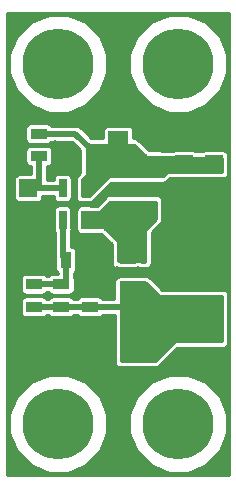
<source format=gbr>
G04 #@! TF.GenerationSoftware,KiCad,Pcbnew,(6.0.0-rc1-dev-205-gc0615c5ef)*
G04 #@! TF.CreationDate,2019-04-08T15:00:45+02:00*
G04 #@! TF.ProjectId,STEPUPDC02A,53544550555044433032412E6B696361,rev?*
G04 #@! TF.SameCoordinates,Original*
G04 #@! TF.FileFunction,Copper,L2,Bot,Signal*
G04 #@! TF.FilePolarity,Positive*
%FSLAX46Y46*%
G04 Gerber Fmt 4.6, Leading zero omitted, Abs format (unit mm)*
G04 Created by KiCad (PCBNEW (6.0.0-rc1-dev-205-gc0615c5ef)) date 04/08/19 15:00:45*
%MOMM*%
%LPD*%
G01*
G04 APERTURE LIST*
G04 #@! TA.AperFunction,SMDPad,CuDef*
%ADD10R,4.000000X1.600000*%
G04 #@! TD*
G04 #@! TA.AperFunction,ComponentPad*
%ADD11C,6.000000*%
G04 #@! TD*
G04 #@! TA.AperFunction,SMDPad,CuDef*
%ADD12R,1.397000X0.889000*%
G04 #@! TD*
G04 #@! TA.AperFunction,SMDPad,CuDef*
%ADD13R,2.550160X2.499360*%
G04 #@! TD*
G04 #@! TA.AperFunction,SMDPad,CuDef*
%ADD14R,0.889000X1.397000*%
G04 #@! TD*
G04 #@! TA.AperFunction,SMDPad,CuDef*
%ADD15R,2.300000X2.500000*%
G04 #@! TD*
G04 #@! TA.AperFunction,SMDPad,CuDef*
%ADD16R,0.650000X1.560000*%
G04 #@! TD*
G04 #@! TA.AperFunction,ComponentPad*
%ADD17R,1.524000X1.524000*%
G04 #@! TD*
G04 #@! TA.AperFunction,SMDPad,CuDef*
%ADD18R,1.700000X1.300000*%
G04 #@! TD*
G04 #@! TA.AperFunction,ViaPad*
%ADD19C,0.800000*%
G04 #@! TD*
G04 #@! TA.AperFunction,Conductor*
%ADD20C,0.500000*%
G04 #@! TD*
G04 #@! TA.AperFunction,Conductor*
%ADD21C,0.250000*%
G04 #@! TD*
G04 #@! TA.AperFunction,Conductor*
%ADD22C,0.254000*%
G04 #@! TD*
G04 APERTURE END LIST*
D10*
G04 #@! TO.P,L1,2*
G04 #@! TO.N,Net-(D1-Pad2)*
X11430000Y23219000D03*
G04 #@! TO.P,L1,1*
G04 #@! TO.N,/Power*
X11430000Y26819000D03*
G04 #@! TD*
D11*
G04 #@! TO.P,M1,1*
G04 #@! TO.N,N/C*
X15240000Y35560000D03*
G04 #@! TD*
G04 #@! TO.P,M2,1*
G04 #@! TO.N,N/C*
X15240000Y5080000D03*
G04 #@! TD*
G04 #@! TO.P,M3,1*
G04 #@! TO.N,N/C*
X5080000Y5080000D03*
G04 #@! TD*
G04 #@! TO.P,M4,1*
G04 #@! TO.N,N/C*
X5080000Y35560000D03*
G04 #@! TD*
D12*
G04 #@! TO.P,C1,1*
G04 #@! TO.N,/PowerOUT*
X3048000Y14986000D03*
G04 #@! TO.P,C1,2*
G04 #@! TO.N,Net-(C1-Pad2)*
X3048000Y16891000D03*
G04 #@! TD*
G04 #@! TO.P,C2,1*
G04 #@! TO.N,/PowerOUT*
X7747000Y14986000D03*
G04 #@! TO.P,C2,2*
G04 #@! TO.N,GND*
X7747000Y16891000D03*
G04 #@! TD*
D13*
G04 #@! TO.P,C5,2*
G04 #@! TO.N,GND*
X6731000Y11684000D03*
G04 #@! TO.P,C5,1*
G04 #@! TO.N,/PowerOUT*
X11780520Y11684000D03*
G04 #@! TD*
D14*
G04 #@! TO.P,C6,2*
G04 #@! TO.N,GND*
X5969000Y28067000D03*
G04 #@! TO.P,C6,1*
G04 #@! TO.N,/Power*
X7874000Y28067000D03*
G04 #@! TD*
D12*
G04 #@! TO.P,R1,2*
G04 #@! TO.N,/ENABLE*
X3429000Y27749500D03*
G04 #@! TO.P,R1,1*
G04 #@! TO.N,/Power*
X3429000Y29654500D03*
G04 #@! TD*
G04 #@! TO.P,R2,1*
G04 #@! TO.N,/PowerOUT*
X5334000Y14986000D03*
G04 #@! TO.P,R2,2*
G04 #@! TO.N,Net-(C1-Pad2)*
X5334000Y16891000D03*
G04 #@! TD*
D14*
G04 #@! TO.P,R4,2*
G04 #@! TO.N,GND*
X7620000Y18923000D03*
G04 #@! TO.P,R4,1*
G04 #@! TO.N,Net-(C1-Pad2)*
X5715000Y18923000D03*
G04 #@! TD*
D15*
G04 #@! TO.P,D1,1*
G04 #@! TO.N,/PowerOUT*
X11430000Y15884000D03*
G04 #@! TO.P,D1,2*
G04 #@! TO.N,Net-(D1-Pad2)*
X11430000Y20184000D03*
G04 #@! TD*
D16*
G04 #@! TO.P,U1,1*
G04 #@! TO.N,Net-(D1-Pad2)*
X7366000Y22352000D03*
G04 #@! TO.P,U1,2*
G04 #@! TO.N,GND*
X6416000Y22352000D03*
G04 #@! TO.P,U1,3*
G04 #@! TO.N,Net-(C1-Pad2)*
X5466000Y22352000D03*
G04 #@! TO.P,U1,4*
G04 #@! TO.N,/ENABLE*
X5466000Y25052000D03*
G04 #@! TO.P,U1,5*
G04 #@! TO.N,/Power*
X7366000Y25052000D03*
G04 #@! TD*
D17*
G04 #@! TO.P,J1,1*
G04 #@! TO.N,GND*
X15748000Y29591000D03*
G04 #@! TO.P,J1,2*
X18288000Y29591000D03*
G04 #@! TO.P,J1,3*
G04 #@! TO.N,/Power*
X15748000Y27051000D03*
G04 #@! TO.P,J1,4*
X18288000Y27051000D03*
G04 #@! TO.P,J1,5*
G04 #@! TO.N,GND*
X15748000Y24511000D03*
G04 #@! TO.P,J1,6*
X18288000Y24511000D03*
G04 #@! TD*
G04 #@! TO.P,J4,1*
G04 #@! TO.N,GND*
X15748000Y17780000D03*
G04 #@! TO.P,J4,2*
X18288000Y17780000D03*
G04 #@! TO.P,J4,3*
G04 #@! TO.N,/PowerOUT*
X15748000Y15240000D03*
G04 #@! TO.P,J4,4*
X18288000Y15240000D03*
G04 #@! TO.P,J4,5*
X15748000Y12700000D03*
G04 #@! TO.P,J4,6*
X18288000Y12700000D03*
G04 #@! TO.P,J4,7*
G04 #@! TO.N,GND*
X15748000Y10160000D03*
G04 #@! TO.P,J4,8*
X18288000Y10160000D03*
G04 #@! TD*
G04 #@! TO.P,J2,1*
G04 #@! TO.N,GND*
X2540000Y22479000D03*
G04 #@! TO.P,J2,2*
G04 #@! TO.N,/ENABLE*
X2540000Y25019000D03*
G04 #@! TD*
D18*
G04 #@! TO.P,D2,1*
G04 #@! TO.N,/Power*
X10160000Y29238000D03*
G04 #@! TO.P,D2,2*
G04 #@! TO.N,GND*
X10160000Y32738000D03*
G04 #@! TD*
D19*
G04 #@! TO.N,GND*
X13970000Y29591000D03*
X12700000Y29591000D03*
X6731000Y20574000D03*
X8001000Y20574000D03*
X9017000Y19685000D03*
X9017000Y18288000D03*
X9271000Y17018000D03*
X11811000Y18034000D03*
X10033000Y18033998D03*
X6350000Y26670000D03*
X4953000Y26670000D03*
X4826000Y28702000D03*
X15621000Y19558000D03*
X18415000Y19558000D03*
X16891000Y19558000D03*
X4826000Y10160000D03*
X4826000Y11303000D03*
X4826000Y12573000D03*
X3937000Y13462000D03*
X2794000Y13462000D03*
X1397000Y13462000D03*
X1397000Y14859000D03*
X15748000Y22733000D03*
X17018000Y22733000D03*
X18415000Y22733000D03*
X4191000Y22479000D03*
G04 #@! TD*
D20*
G04 #@! TO.N,GND*
X15748000Y29591000D02*
X13970000Y29591000D01*
X7620000Y18923000D02*
X7620000Y19685000D01*
X7620000Y19685000D02*
X6731000Y20574000D01*
X8001000Y20574000D02*
X8128000Y20574000D01*
X8128000Y20574000D02*
X9017000Y19685000D01*
X9017000Y18288000D02*
X9017000Y17272000D01*
X9017000Y17272000D02*
X9271000Y17018000D01*
X11811000Y18034000D02*
X10033002Y18034000D01*
X10033002Y18034000D02*
X10033000Y18033998D01*
X5969000Y28067000D02*
X5969000Y27051000D01*
X5969000Y27051000D02*
X6350000Y26670000D01*
X4953000Y26670000D02*
X4953000Y28575000D01*
X4953000Y28575000D02*
X4826000Y28702000D01*
X15748000Y17780000D02*
X15748000Y19431000D01*
X15748000Y19431000D02*
X15621000Y19558000D01*
X18415000Y19558000D02*
X16891000Y19558000D01*
X6731000Y11684000D02*
X6350000Y11684000D01*
X6350000Y11684000D02*
X4826000Y10160000D01*
X4826000Y11303000D02*
X4826000Y12573000D01*
X3937000Y13462000D02*
X2794000Y13462000D01*
X1397000Y13462000D02*
X1397000Y14859000D01*
X15748000Y24511000D02*
X15748000Y22733000D01*
X17018000Y22733000D02*
X18415000Y22733000D01*
X2540000Y22479000D02*
X4191000Y22479000D01*
D21*
X18415000Y19558000D02*
X19304000Y19558000D01*
D20*
G04 #@! TO.N,/ENABLE*
X2573000Y25052000D02*
X2540000Y25019000D01*
X3429000Y27749500D02*
X3429000Y25400000D01*
X3429000Y25400000D02*
X3429000Y25052000D01*
X5466000Y25052000D02*
X3429000Y25052000D01*
X3429000Y25052000D02*
X2573000Y25052000D01*
G04 #@! TO.N,Net-(C1-Pad2)*
X5466000Y19172000D02*
X5715000Y18923000D01*
X5466000Y22352000D02*
X5466000Y19172000D01*
X3048000Y16891000D02*
X5334000Y16891000D01*
X5715000Y17272000D02*
X5334000Y16891000D01*
X5715000Y18923000D02*
X5715000Y17272000D01*
G04 #@! TO.N,/PowerOUT*
X3048000Y14986000D02*
X5334000Y14986000D01*
X5334000Y14986000D02*
X7747000Y14986000D01*
X10532000Y14986000D02*
X11430000Y15884000D01*
X7747000Y14986000D02*
X10532000Y14986000D01*
G04 #@! TO.N,/Power*
X7874000Y28321000D02*
X7874000Y28067000D01*
X6540500Y29654500D02*
X7874000Y28321000D01*
X3429000Y29654500D02*
X6540500Y29654500D01*
X7874000Y28067000D02*
X10033000Y28067000D01*
X10160000Y28089000D02*
X11430000Y26819000D01*
X10160000Y29238000D02*
X10160000Y28089000D01*
G04 #@! TD*
D22*
G04 #@! TO.N,Net-(D1-Pad2)*
G36*
X13335000Y22404606D02*
X12483197Y21552803D01*
X12455667Y21511601D01*
X12446000Y21463000D01*
X12446000Y18796000D01*
X12132425Y18796000D01*
X11975501Y18861000D01*
X11646499Y18861000D01*
X11489575Y18796000D01*
X10354420Y18796000D01*
X10197501Y18860998D01*
X10160000Y18860998D01*
X10160000Y20447000D01*
X10150333Y20495601D01*
X10122803Y20536803D01*
X8979803Y21679803D01*
X8938601Y21707333D01*
X8890000Y21717000D01*
X7239000Y21717000D01*
X7239000Y22987000D01*
X8509000Y22987000D01*
X8557601Y22996667D01*
X8598803Y23024197D01*
X9450606Y23876000D01*
X13335000Y23876000D01*
X13335000Y22404606D01*
X13335000Y22404606D01*
G37*
X13335000Y22404606D02*
X12483197Y21552803D01*
X12455667Y21511601D01*
X12446000Y21463000D01*
X12446000Y18796000D01*
X12132425Y18796000D01*
X11975501Y18861000D01*
X11646499Y18861000D01*
X11489575Y18796000D01*
X10354420Y18796000D01*
X10197501Y18860998D01*
X10160000Y18860998D01*
X10160000Y20447000D01*
X10150333Y20495601D01*
X10122803Y20536803D01*
X8979803Y21679803D01*
X8938601Y21707333D01*
X8890000Y21717000D01*
X7239000Y21717000D01*
X7239000Y22987000D01*
X8509000Y22987000D01*
X8557601Y22996667D01*
X8598803Y23024197D01*
X9450606Y23876000D01*
X13335000Y23876000D01*
X13335000Y22404606D01*
G04 #@! TO.N,/Power*
G36*
X12483197Y27723197D02*
X12524399Y27695667D01*
X12570510Y27686024D01*
X18923000Y27561465D01*
X18923000Y26416000D01*
X14351000Y26416000D01*
X14302399Y26406333D01*
X14261197Y26378803D01*
X13917394Y26035000D01*
X9398000Y26035000D01*
X9349399Y26025333D01*
X9308197Y25997803D01*
X7694394Y24384000D01*
X7112000Y24384000D01*
X7112000Y25728394D01*
X7455803Y26072197D01*
X7483333Y26113399D01*
X7493000Y26162000D01*
X7493000Y28702000D01*
X11504394Y28702000D01*
X12483197Y27723197D01*
X12483197Y27723197D01*
G37*
X12483197Y27723197D02*
X12524399Y27695667D01*
X12570510Y27686024D01*
X18923000Y27561465D01*
X18923000Y26416000D01*
X14351000Y26416000D01*
X14302399Y26406333D01*
X14261197Y26378803D01*
X13917394Y26035000D01*
X9398000Y26035000D01*
X9349399Y26025333D01*
X9308197Y25997803D01*
X7694394Y24384000D01*
X7112000Y24384000D01*
X7112000Y25728394D01*
X7455803Y26072197D01*
X7483333Y26113399D01*
X7493000Y26162000D01*
X7493000Y28702000D01*
X11504394Y28702000D01*
X12483197Y27723197D01*
G04 #@! TO.N,/PowerOUT*
G36*
X13626197Y15912197D02*
X13667399Y15884667D01*
X13716000Y15875000D01*
X18923000Y15875000D01*
X18923000Y12065000D01*
X14986000Y12065000D01*
X14937399Y12055333D01*
X14896197Y12027803D01*
X13282394Y10414000D01*
X10414000Y10414000D01*
X10414000Y17018000D01*
X12520394Y17018000D01*
X13626197Y15912197D01*
X13626197Y15912197D01*
G37*
X13626197Y15912197D02*
X13667399Y15884667D01*
X13716000Y15875000D01*
X18923000Y15875000D01*
X18923000Y12065000D01*
X14986000Y12065000D01*
X14937399Y12055333D01*
X14896197Y12027803D01*
X13282394Y10414000D01*
X10414000Y10414000D01*
X10414000Y17018000D01*
X12520394Y17018000D01*
X13626197Y15912197D01*
G04 #@! TO.N,GND*
G36*
X19564000Y756000D02*
X756000Y756000D01*
X756000Y5900911D01*
X953000Y5900911D01*
X953000Y4259089D01*
X1581298Y2742242D01*
X2742242Y1581298D01*
X4259089Y953000D01*
X5900911Y953000D01*
X7417758Y1581298D01*
X8578702Y2742242D01*
X9207000Y4259089D01*
X9207000Y5900911D01*
X11113000Y5900911D01*
X11113000Y4259089D01*
X11741298Y2742242D01*
X12902242Y1581298D01*
X14419089Y953000D01*
X16060911Y953000D01*
X17577758Y1581298D01*
X18738702Y2742242D01*
X19367000Y4259089D01*
X19367000Y5900911D01*
X18738702Y7417758D01*
X17577758Y8578702D01*
X16060911Y9207000D01*
X14419089Y9207000D01*
X12902242Y8578702D01*
X11741298Y7417758D01*
X11113000Y5900911D01*
X9207000Y5900911D01*
X8578702Y7417758D01*
X7417758Y8578702D01*
X5900911Y9207000D01*
X4259089Y9207000D01*
X2742242Y8578702D01*
X1581298Y7417758D01*
X953000Y5900911D01*
X756000Y5900911D01*
X756000Y15430500D01*
X1914135Y15430500D01*
X1914135Y14541500D01*
X1947275Y14374893D01*
X2041650Y14233650D01*
X2182893Y14139275D01*
X2349500Y14106135D01*
X3746500Y14106135D01*
X3913107Y14139275D01*
X4054350Y14233650D01*
X4104697Y14309000D01*
X4277303Y14309000D01*
X4327650Y14233650D01*
X4468893Y14139275D01*
X4635500Y14106135D01*
X6032500Y14106135D01*
X6199107Y14139275D01*
X6340350Y14233650D01*
X6390697Y14309000D01*
X6690303Y14309000D01*
X6740650Y14233650D01*
X6881893Y14139275D01*
X7048500Y14106135D01*
X8445500Y14106135D01*
X8612107Y14139275D01*
X8753350Y14233650D01*
X8803697Y14309000D01*
X9860000Y14309000D01*
X9860000Y10287000D01*
X9892503Y10123594D01*
X9985065Y9985065D01*
X10123594Y9892503D01*
X10287000Y9860000D01*
X13335000Y9860000D01*
X13498406Y9892503D01*
X13636935Y9985065D01*
X15154505Y11502635D01*
X16510000Y11502635D01*
X16552054Y11511000D01*
X17483946Y11511000D01*
X17526000Y11502635D01*
X19050000Y11502635D01*
X19216607Y11535775D01*
X19357850Y11630150D01*
X19452225Y11771393D01*
X19485365Y11938000D01*
X19485365Y13462000D01*
X19477000Y13504054D01*
X19477000Y14435946D01*
X19485365Y14478000D01*
X19485365Y16002000D01*
X19452225Y16168607D01*
X19357850Y16309850D01*
X19216607Y16404225D01*
X19050000Y16437365D01*
X17526000Y16437365D01*
X17483946Y16429000D01*
X16552054Y16429000D01*
X16510000Y16437365D01*
X14986000Y16437365D01*
X14943946Y16429000D01*
X13892870Y16429000D01*
X12903617Y17418253D01*
X12887850Y17441850D01*
X12746607Y17536225D01*
X12739055Y17537727D01*
X12736406Y17539497D01*
X12573000Y17572000D01*
X10287000Y17572000D01*
X10123594Y17539497D01*
X10120945Y17537727D01*
X10113393Y17536225D01*
X9972150Y17441850D01*
X9877775Y17300607D01*
X9844635Y17134000D01*
X9844635Y15663000D01*
X8803697Y15663000D01*
X8753350Y15738350D01*
X8612107Y15832725D01*
X8445500Y15865865D01*
X7048500Y15865865D01*
X6881893Y15832725D01*
X6740650Y15738350D01*
X6690303Y15663000D01*
X6390697Y15663000D01*
X6340350Y15738350D01*
X6199107Y15832725D01*
X6032500Y15865865D01*
X4635500Y15865865D01*
X4468893Y15832725D01*
X4327650Y15738350D01*
X4277303Y15663000D01*
X4104697Y15663000D01*
X4054350Y15738350D01*
X3913107Y15832725D01*
X3746500Y15865865D01*
X2349500Y15865865D01*
X2182893Y15832725D01*
X2041650Y15738350D01*
X1947275Y15597107D01*
X1914135Y15430500D01*
X756000Y15430500D01*
X756000Y17335500D01*
X1914135Y17335500D01*
X1914135Y16446500D01*
X1947275Y16279893D01*
X2041650Y16138650D01*
X2182893Y16044275D01*
X2349500Y16011135D01*
X3746500Y16011135D01*
X3913107Y16044275D01*
X4054350Y16138650D01*
X4104697Y16214000D01*
X4277303Y16214000D01*
X4327650Y16138650D01*
X4468893Y16044275D01*
X4635500Y16011135D01*
X6032500Y16011135D01*
X6199107Y16044275D01*
X6340350Y16138650D01*
X6434725Y16279893D01*
X6467865Y16446500D01*
X6467865Y17335500D01*
X6434725Y17502107D01*
X6392000Y17566050D01*
X6392000Y17866303D01*
X6467350Y17916650D01*
X6561725Y18057893D01*
X6594865Y18224500D01*
X6594865Y19621500D01*
X6561725Y19788107D01*
X6467350Y19929350D01*
X6326107Y20023725D01*
X6159500Y20056865D01*
X6143000Y20056865D01*
X6143000Y21330226D01*
X6193225Y21405393D01*
X6226365Y21572000D01*
X6226365Y23132000D01*
X6605635Y23132000D01*
X6605635Y21572000D01*
X6638775Y21405393D01*
X6733150Y21264150D01*
X6874393Y21169775D01*
X7041000Y21136635D01*
X7691000Y21136635D01*
X7823547Y21163000D01*
X8713130Y21163000D01*
X9606000Y20270130D01*
X9606000Y18669000D01*
X9638503Y18505594D01*
X9731065Y18367065D01*
X9869594Y18274503D01*
X10033000Y18242000D01*
X12573000Y18242000D01*
X12736406Y18274503D01*
X12874935Y18367065D01*
X12967497Y18505594D01*
X13000000Y18669000D01*
X13000000Y18856754D01*
X13015365Y18934000D01*
X13015365Y21301495D01*
X13763935Y22050065D01*
X13856497Y22188594D01*
X13889000Y22352000D01*
X13889000Y24003000D01*
X13856497Y24166406D01*
X13763935Y24304935D01*
X13743265Y24318747D01*
X13737850Y24326850D01*
X13596607Y24421225D01*
X13430000Y24454365D01*
X9430000Y24454365D01*
X9263393Y24421225D01*
X9122150Y24326850D01*
X9116735Y24318747D01*
X9096065Y24304935D01*
X8332130Y23541000D01*
X7823547Y23541000D01*
X7691000Y23567365D01*
X7041000Y23567365D01*
X6874393Y23534225D01*
X6733150Y23439850D01*
X6638775Y23298607D01*
X6605635Y23132000D01*
X6226365Y23132000D01*
X6193225Y23298607D01*
X6098850Y23439850D01*
X5957607Y23534225D01*
X5791000Y23567365D01*
X5141000Y23567365D01*
X4974393Y23534225D01*
X4833150Y23439850D01*
X4738775Y23298607D01*
X4705635Y23132000D01*
X4705635Y21572000D01*
X4738775Y21405393D01*
X4789000Y21330225D01*
X4789001Y19238681D01*
X4775737Y19172000D01*
X4812004Y18989678D01*
X4828281Y18907848D01*
X4835135Y18897590D01*
X4835135Y18224500D01*
X4868275Y18057893D01*
X4962650Y17916650D01*
X5038001Y17866303D01*
X5038001Y17770865D01*
X4635500Y17770865D01*
X4468893Y17737725D01*
X4327650Y17643350D01*
X4277303Y17568000D01*
X4104697Y17568000D01*
X4054350Y17643350D01*
X3913107Y17737725D01*
X3746500Y17770865D01*
X2349500Y17770865D01*
X2182893Y17737725D01*
X2041650Y17643350D01*
X1947275Y17502107D01*
X1914135Y17335500D01*
X756000Y17335500D01*
X756000Y25781000D01*
X1342635Y25781000D01*
X1342635Y24257000D01*
X1375775Y24090393D01*
X1470150Y23949150D01*
X1611393Y23854775D01*
X1778000Y23821635D01*
X3302000Y23821635D01*
X3468607Y23854775D01*
X3609850Y23949150D01*
X3704225Y24090393D01*
X3737365Y24257000D01*
X3737365Y24375000D01*
X4705635Y24375000D01*
X4705635Y24272000D01*
X4738775Y24105393D01*
X4833150Y23964150D01*
X4974393Y23869775D01*
X5141000Y23836635D01*
X5791000Y23836635D01*
X5957607Y23869775D01*
X6098850Y23964150D01*
X6193225Y24105393D01*
X6226365Y24272000D01*
X6226365Y25832000D01*
X6193225Y25998607D01*
X6098850Y26139850D01*
X5957607Y26234225D01*
X5791000Y26267365D01*
X5141000Y26267365D01*
X4974393Y26234225D01*
X4833150Y26139850D01*
X4738775Y25998607D01*
X4705635Y25832000D01*
X4705635Y25729000D01*
X4106000Y25729000D01*
X4106000Y26869635D01*
X4127500Y26869635D01*
X4294107Y26902775D01*
X4435350Y26997150D01*
X4529725Y27138393D01*
X4562865Y27305000D01*
X4562865Y28194000D01*
X4529725Y28360607D01*
X4435350Y28501850D01*
X4294107Y28596225D01*
X4127500Y28629365D01*
X2730500Y28629365D01*
X2563893Y28596225D01*
X2422650Y28501850D01*
X2328275Y28360607D01*
X2295135Y28194000D01*
X2295135Y27305000D01*
X2328275Y27138393D01*
X2422650Y26997150D01*
X2563893Y26902775D01*
X2730500Y26869635D01*
X2752000Y26869635D01*
X2752001Y26216365D01*
X1778000Y26216365D01*
X1611393Y26183225D01*
X1470150Y26088850D01*
X1375775Y25947607D01*
X1342635Y25781000D01*
X756000Y25781000D01*
X756000Y30099000D01*
X2295135Y30099000D01*
X2295135Y29210000D01*
X2328275Y29043393D01*
X2422650Y28902150D01*
X2563893Y28807775D01*
X2730500Y28774635D01*
X4127500Y28774635D01*
X4294107Y28807775D01*
X4435350Y28902150D01*
X4485697Y28977500D01*
X6260079Y28977500D01*
X6939000Y28298578D01*
X6939000Y26338870D01*
X6753733Y26153603D01*
X6733150Y26139850D01*
X6719397Y26119267D01*
X6683065Y26082935D01*
X6590503Y25944406D01*
X6558000Y25781000D01*
X6558000Y24257000D01*
X6590503Y24093594D01*
X6683065Y23955065D01*
X6821594Y23862503D01*
X6985000Y23830000D01*
X7747000Y23830000D01*
X7910406Y23862503D01*
X8048935Y23955065D01*
X9574870Y25481000D01*
X13970000Y25481000D01*
X14133406Y25513503D01*
X14271935Y25606065D01*
X14527870Y25862000D01*
X14943946Y25862000D01*
X14986000Y25853635D01*
X16510000Y25853635D01*
X16552054Y25862000D01*
X17483946Y25862000D01*
X17526000Y25853635D01*
X19050000Y25853635D01*
X19216607Y25886775D01*
X19357850Y25981150D01*
X19452225Y26122393D01*
X19485365Y26289000D01*
X19485365Y27813000D01*
X19452225Y27979607D01*
X19357850Y28120850D01*
X19216607Y28215225D01*
X19050000Y28248365D01*
X17526000Y28248365D01*
X17359393Y28215225D01*
X17259080Y28148198D01*
X16762344Y28157938D01*
X16676607Y28215225D01*
X16510000Y28248365D01*
X14986000Y28248365D01*
X14819393Y28215225D01*
X14791492Y28196582D01*
X12753324Y28236546D01*
X11858935Y29130935D01*
X11720406Y29223497D01*
X11557000Y29256000D01*
X11445365Y29256000D01*
X11445365Y29888000D01*
X11412225Y30054607D01*
X11317850Y30195850D01*
X11176607Y30290225D01*
X11010000Y30323365D01*
X9310000Y30323365D01*
X9143393Y30290225D01*
X9002150Y30195850D01*
X8907775Y30054607D01*
X8874635Y29888000D01*
X8874635Y29256000D01*
X7896422Y29256000D01*
X7066364Y30086057D01*
X7028590Y30142590D01*
X6804652Y30292220D01*
X6607178Y30331500D01*
X6607176Y30331500D01*
X6540500Y30344763D01*
X6473824Y30331500D01*
X4485697Y30331500D01*
X4435350Y30406850D01*
X4294107Y30501225D01*
X4127500Y30534365D01*
X2730500Y30534365D01*
X2563893Y30501225D01*
X2422650Y30406850D01*
X2328275Y30265607D01*
X2295135Y30099000D01*
X756000Y30099000D01*
X756000Y36380911D01*
X953000Y36380911D01*
X953000Y34739089D01*
X1581298Y33222242D01*
X2742242Y32061298D01*
X4259089Y31433000D01*
X5900911Y31433000D01*
X7417758Y32061298D01*
X8578702Y33222242D01*
X9207000Y34739089D01*
X9207000Y36380911D01*
X11113000Y36380911D01*
X11113000Y34739089D01*
X11741298Y33222242D01*
X12902242Y32061298D01*
X14419089Y31433000D01*
X16060911Y31433000D01*
X17577758Y32061298D01*
X18738702Y33222242D01*
X19367000Y34739089D01*
X19367000Y36380911D01*
X18738702Y37897758D01*
X17577758Y39058702D01*
X16060911Y39687000D01*
X14419089Y39687000D01*
X12902242Y39058702D01*
X11741298Y37897758D01*
X11113000Y36380911D01*
X9207000Y36380911D01*
X8578702Y37897758D01*
X7417758Y39058702D01*
X5900911Y39687000D01*
X4259089Y39687000D01*
X2742242Y39058702D01*
X1581298Y37897758D01*
X953000Y36380911D01*
X756000Y36380911D01*
X756000Y39884000D01*
X19564001Y39884000D01*
X19564000Y756000D01*
X19564000Y756000D01*
G37*
X19564000Y756000D02*
X756000Y756000D01*
X756000Y5900911D01*
X953000Y5900911D01*
X953000Y4259089D01*
X1581298Y2742242D01*
X2742242Y1581298D01*
X4259089Y953000D01*
X5900911Y953000D01*
X7417758Y1581298D01*
X8578702Y2742242D01*
X9207000Y4259089D01*
X9207000Y5900911D01*
X11113000Y5900911D01*
X11113000Y4259089D01*
X11741298Y2742242D01*
X12902242Y1581298D01*
X14419089Y953000D01*
X16060911Y953000D01*
X17577758Y1581298D01*
X18738702Y2742242D01*
X19367000Y4259089D01*
X19367000Y5900911D01*
X18738702Y7417758D01*
X17577758Y8578702D01*
X16060911Y9207000D01*
X14419089Y9207000D01*
X12902242Y8578702D01*
X11741298Y7417758D01*
X11113000Y5900911D01*
X9207000Y5900911D01*
X8578702Y7417758D01*
X7417758Y8578702D01*
X5900911Y9207000D01*
X4259089Y9207000D01*
X2742242Y8578702D01*
X1581298Y7417758D01*
X953000Y5900911D01*
X756000Y5900911D01*
X756000Y15430500D01*
X1914135Y15430500D01*
X1914135Y14541500D01*
X1947275Y14374893D01*
X2041650Y14233650D01*
X2182893Y14139275D01*
X2349500Y14106135D01*
X3746500Y14106135D01*
X3913107Y14139275D01*
X4054350Y14233650D01*
X4104697Y14309000D01*
X4277303Y14309000D01*
X4327650Y14233650D01*
X4468893Y14139275D01*
X4635500Y14106135D01*
X6032500Y14106135D01*
X6199107Y14139275D01*
X6340350Y14233650D01*
X6390697Y14309000D01*
X6690303Y14309000D01*
X6740650Y14233650D01*
X6881893Y14139275D01*
X7048500Y14106135D01*
X8445500Y14106135D01*
X8612107Y14139275D01*
X8753350Y14233650D01*
X8803697Y14309000D01*
X9860000Y14309000D01*
X9860000Y10287000D01*
X9892503Y10123594D01*
X9985065Y9985065D01*
X10123594Y9892503D01*
X10287000Y9860000D01*
X13335000Y9860000D01*
X13498406Y9892503D01*
X13636935Y9985065D01*
X15154505Y11502635D01*
X16510000Y11502635D01*
X16552054Y11511000D01*
X17483946Y11511000D01*
X17526000Y11502635D01*
X19050000Y11502635D01*
X19216607Y11535775D01*
X19357850Y11630150D01*
X19452225Y11771393D01*
X19485365Y11938000D01*
X19485365Y13462000D01*
X19477000Y13504054D01*
X19477000Y14435946D01*
X19485365Y14478000D01*
X19485365Y16002000D01*
X19452225Y16168607D01*
X19357850Y16309850D01*
X19216607Y16404225D01*
X19050000Y16437365D01*
X17526000Y16437365D01*
X17483946Y16429000D01*
X16552054Y16429000D01*
X16510000Y16437365D01*
X14986000Y16437365D01*
X14943946Y16429000D01*
X13892870Y16429000D01*
X12903617Y17418253D01*
X12887850Y17441850D01*
X12746607Y17536225D01*
X12739055Y17537727D01*
X12736406Y17539497D01*
X12573000Y17572000D01*
X10287000Y17572000D01*
X10123594Y17539497D01*
X10120945Y17537727D01*
X10113393Y17536225D01*
X9972150Y17441850D01*
X9877775Y17300607D01*
X9844635Y17134000D01*
X9844635Y15663000D01*
X8803697Y15663000D01*
X8753350Y15738350D01*
X8612107Y15832725D01*
X8445500Y15865865D01*
X7048500Y15865865D01*
X6881893Y15832725D01*
X6740650Y15738350D01*
X6690303Y15663000D01*
X6390697Y15663000D01*
X6340350Y15738350D01*
X6199107Y15832725D01*
X6032500Y15865865D01*
X4635500Y15865865D01*
X4468893Y15832725D01*
X4327650Y15738350D01*
X4277303Y15663000D01*
X4104697Y15663000D01*
X4054350Y15738350D01*
X3913107Y15832725D01*
X3746500Y15865865D01*
X2349500Y15865865D01*
X2182893Y15832725D01*
X2041650Y15738350D01*
X1947275Y15597107D01*
X1914135Y15430500D01*
X756000Y15430500D01*
X756000Y17335500D01*
X1914135Y17335500D01*
X1914135Y16446500D01*
X1947275Y16279893D01*
X2041650Y16138650D01*
X2182893Y16044275D01*
X2349500Y16011135D01*
X3746500Y16011135D01*
X3913107Y16044275D01*
X4054350Y16138650D01*
X4104697Y16214000D01*
X4277303Y16214000D01*
X4327650Y16138650D01*
X4468893Y16044275D01*
X4635500Y16011135D01*
X6032500Y16011135D01*
X6199107Y16044275D01*
X6340350Y16138650D01*
X6434725Y16279893D01*
X6467865Y16446500D01*
X6467865Y17335500D01*
X6434725Y17502107D01*
X6392000Y17566050D01*
X6392000Y17866303D01*
X6467350Y17916650D01*
X6561725Y18057893D01*
X6594865Y18224500D01*
X6594865Y19621500D01*
X6561725Y19788107D01*
X6467350Y19929350D01*
X6326107Y20023725D01*
X6159500Y20056865D01*
X6143000Y20056865D01*
X6143000Y21330226D01*
X6193225Y21405393D01*
X6226365Y21572000D01*
X6226365Y23132000D01*
X6605635Y23132000D01*
X6605635Y21572000D01*
X6638775Y21405393D01*
X6733150Y21264150D01*
X6874393Y21169775D01*
X7041000Y21136635D01*
X7691000Y21136635D01*
X7823547Y21163000D01*
X8713130Y21163000D01*
X9606000Y20270130D01*
X9606000Y18669000D01*
X9638503Y18505594D01*
X9731065Y18367065D01*
X9869594Y18274503D01*
X10033000Y18242000D01*
X12573000Y18242000D01*
X12736406Y18274503D01*
X12874935Y18367065D01*
X12967497Y18505594D01*
X13000000Y18669000D01*
X13000000Y18856754D01*
X13015365Y18934000D01*
X13015365Y21301495D01*
X13763935Y22050065D01*
X13856497Y22188594D01*
X13889000Y22352000D01*
X13889000Y24003000D01*
X13856497Y24166406D01*
X13763935Y24304935D01*
X13743265Y24318747D01*
X13737850Y24326850D01*
X13596607Y24421225D01*
X13430000Y24454365D01*
X9430000Y24454365D01*
X9263393Y24421225D01*
X9122150Y24326850D01*
X9116735Y24318747D01*
X9096065Y24304935D01*
X8332130Y23541000D01*
X7823547Y23541000D01*
X7691000Y23567365D01*
X7041000Y23567365D01*
X6874393Y23534225D01*
X6733150Y23439850D01*
X6638775Y23298607D01*
X6605635Y23132000D01*
X6226365Y23132000D01*
X6193225Y23298607D01*
X6098850Y23439850D01*
X5957607Y23534225D01*
X5791000Y23567365D01*
X5141000Y23567365D01*
X4974393Y23534225D01*
X4833150Y23439850D01*
X4738775Y23298607D01*
X4705635Y23132000D01*
X4705635Y21572000D01*
X4738775Y21405393D01*
X4789000Y21330225D01*
X4789001Y19238681D01*
X4775737Y19172000D01*
X4812004Y18989678D01*
X4828281Y18907848D01*
X4835135Y18897590D01*
X4835135Y18224500D01*
X4868275Y18057893D01*
X4962650Y17916650D01*
X5038001Y17866303D01*
X5038001Y17770865D01*
X4635500Y17770865D01*
X4468893Y17737725D01*
X4327650Y17643350D01*
X4277303Y17568000D01*
X4104697Y17568000D01*
X4054350Y17643350D01*
X3913107Y17737725D01*
X3746500Y17770865D01*
X2349500Y17770865D01*
X2182893Y17737725D01*
X2041650Y17643350D01*
X1947275Y17502107D01*
X1914135Y17335500D01*
X756000Y17335500D01*
X756000Y25781000D01*
X1342635Y25781000D01*
X1342635Y24257000D01*
X1375775Y24090393D01*
X1470150Y23949150D01*
X1611393Y23854775D01*
X1778000Y23821635D01*
X3302000Y23821635D01*
X3468607Y23854775D01*
X3609850Y23949150D01*
X3704225Y24090393D01*
X3737365Y24257000D01*
X3737365Y24375000D01*
X4705635Y24375000D01*
X4705635Y24272000D01*
X4738775Y24105393D01*
X4833150Y23964150D01*
X4974393Y23869775D01*
X5141000Y23836635D01*
X5791000Y23836635D01*
X5957607Y23869775D01*
X6098850Y23964150D01*
X6193225Y24105393D01*
X6226365Y24272000D01*
X6226365Y25832000D01*
X6193225Y25998607D01*
X6098850Y26139850D01*
X5957607Y26234225D01*
X5791000Y26267365D01*
X5141000Y26267365D01*
X4974393Y26234225D01*
X4833150Y26139850D01*
X4738775Y25998607D01*
X4705635Y25832000D01*
X4705635Y25729000D01*
X4106000Y25729000D01*
X4106000Y26869635D01*
X4127500Y26869635D01*
X4294107Y26902775D01*
X4435350Y26997150D01*
X4529725Y27138393D01*
X4562865Y27305000D01*
X4562865Y28194000D01*
X4529725Y28360607D01*
X4435350Y28501850D01*
X4294107Y28596225D01*
X4127500Y28629365D01*
X2730500Y28629365D01*
X2563893Y28596225D01*
X2422650Y28501850D01*
X2328275Y28360607D01*
X2295135Y28194000D01*
X2295135Y27305000D01*
X2328275Y27138393D01*
X2422650Y26997150D01*
X2563893Y26902775D01*
X2730500Y26869635D01*
X2752000Y26869635D01*
X2752001Y26216365D01*
X1778000Y26216365D01*
X1611393Y26183225D01*
X1470150Y26088850D01*
X1375775Y25947607D01*
X1342635Y25781000D01*
X756000Y25781000D01*
X756000Y30099000D01*
X2295135Y30099000D01*
X2295135Y29210000D01*
X2328275Y29043393D01*
X2422650Y28902150D01*
X2563893Y28807775D01*
X2730500Y28774635D01*
X4127500Y28774635D01*
X4294107Y28807775D01*
X4435350Y28902150D01*
X4485697Y28977500D01*
X6260079Y28977500D01*
X6939000Y28298578D01*
X6939000Y26338870D01*
X6753733Y26153603D01*
X6733150Y26139850D01*
X6719397Y26119267D01*
X6683065Y26082935D01*
X6590503Y25944406D01*
X6558000Y25781000D01*
X6558000Y24257000D01*
X6590503Y24093594D01*
X6683065Y23955065D01*
X6821594Y23862503D01*
X6985000Y23830000D01*
X7747000Y23830000D01*
X7910406Y23862503D01*
X8048935Y23955065D01*
X9574870Y25481000D01*
X13970000Y25481000D01*
X14133406Y25513503D01*
X14271935Y25606065D01*
X14527870Y25862000D01*
X14943946Y25862000D01*
X14986000Y25853635D01*
X16510000Y25853635D01*
X16552054Y25862000D01*
X17483946Y25862000D01*
X17526000Y25853635D01*
X19050000Y25853635D01*
X19216607Y25886775D01*
X19357850Y25981150D01*
X19452225Y26122393D01*
X19485365Y26289000D01*
X19485365Y27813000D01*
X19452225Y27979607D01*
X19357850Y28120850D01*
X19216607Y28215225D01*
X19050000Y28248365D01*
X17526000Y28248365D01*
X17359393Y28215225D01*
X17259080Y28148198D01*
X16762344Y28157938D01*
X16676607Y28215225D01*
X16510000Y28248365D01*
X14986000Y28248365D01*
X14819393Y28215225D01*
X14791492Y28196582D01*
X12753324Y28236546D01*
X11858935Y29130935D01*
X11720406Y29223497D01*
X11557000Y29256000D01*
X11445365Y29256000D01*
X11445365Y29888000D01*
X11412225Y30054607D01*
X11317850Y30195850D01*
X11176607Y30290225D01*
X11010000Y30323365D01*
X9310000Y30323365D01*
X9143393Y30290225D01*
X9002150Y30195850D01*
X8907775Y30054607D01*
X8874635Y29888000D01*
X8874635Y29256000D01*
X7896422Y29256000D01*
X7066364Y30086057D01*
X7028590Y30142590D01*
X6804652Y30292220D01*
X6607178Y30331500D01*
X6607176Y30331500D01*
X6540500Y30344763D01*
X6473824Y30331500D01*
X4485697Y30331500D01*
X4435350Y30406850D01*
X4294107Y30501225D01*
X4127500Y30534365D01*
X2730500Y30534365D01*
X2563893Y30501225D01*
X2422650Y30406850D01*
X2328275Y30265607D01*
X2295135Y30099000D01*
X756000Y30099000D01*
X756000Y36380911D01*
X953000Y36380911D01*
X953000Y34739089D01*
X1581298Y33222242D01*
X2742242Y32061298D01*
X4259089Y31433000D01*
X5900911Y31433000D01*
X7417758Y32061298D01*
X8578702Y33222242D01*
X9207000Y34739089D01*
X9207000Y36380911D01*
X11113000Y36380911D01*
X11113000Y34739089D01*
X11741298Y33222242D01*
X12902242Y32061298D01*
X14419089Y31433000D01*
X16060911Y31433000D01*
X17577758Y32061298D01*
X18738702Y33222242D01*
X19367000Y34739089D01*
X19367000Y36380911D01*
X18738702Y37897758D01*
X17577758Y39058702D01*
X16060911Y39687000D01*
X14419089Y39687000D01*
X12902242Y39058702D01*
X11741298Y37897758D01*
X11113000Y36380911D01*
X9207000Y36380911D01*
X8578702Y37897758D01*
X7417758Y39058702D01*
X5900911Y39687000D01*
X4259089Y39687000D01*
X2742242Y39058702D01*
X1581298Y37897758D01*
X953000Y36380911D01*
X756000Y36380911D01*
X756000Y39884000D01*
X19564001Y39884000D01*
X19564000Y756000D01*
G04 #@! TD*
M02*

</source>
